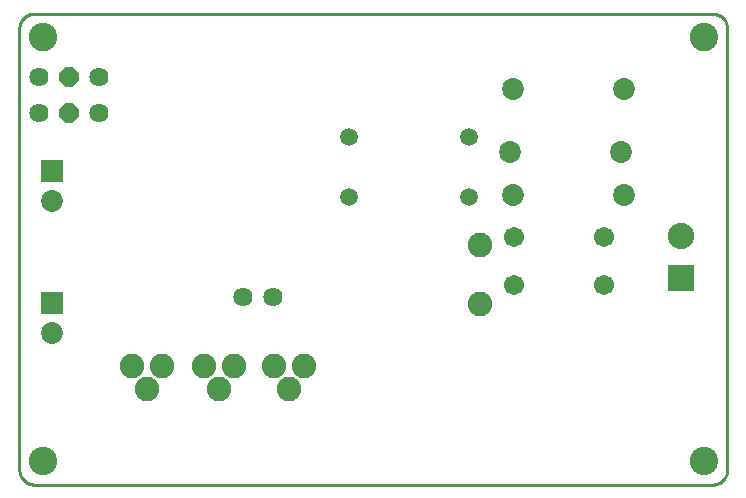
<source format=gbs>
G75*
G70*
%OFA0B0*%
%FSLAX24Y24*%
%IPPOS*%
%LPD*%
%AMOC8*
5,1,8,0,0,1.08239X$1,22.5*
%
%ADD10C,0.0100*%
%ADD11C,0.0000*%
%ADD12C,0.0946*%
%ADD13C,0.0730*%
%ADD14C,0.0820*%
%ADD15C,0.0674*%
%ADD16C,0.0640*%
%ADD17R,0.0730X0.0730*%
%ADD18OC8,0.0640*%
%ADD19C,0.0596*%
%ADD20R,0.0880X0.0880*%
%ADD21C,0.0880*%
D10*
X001387Y001081D02*
X023987Y001081D01*
X024031Y001083D01*
X024074Y001089D01*
X024116Y001098D01*
X024158Y001111D01*
X024198Y001128D01*
X024237Y001148D01*
X024274Y001171D01*
X024308Y001198D01*
X024341Y001227D01*
X024370Y001260D01*
X024397Y001294D01*
X024420Y001331D01*
X024440Y001370D01*
X024457Y001410D01*
X024470Y001452D01*
X024479Y001494D01*
X024485Y001537D01*
X024487Y001581D01*
X024487Y016281D01*
X024485Y016325D01*
X024479Y016368D01*
X024470Y016410D01*
X024457Y016452D01*
X024440Y016492D01*
X024420Y016531D01*
X024397Y016568D01*
X024370Y016602D01*
X024341Y016635D01*
X024308Y016664D01*
X024274Y016691D01*
X024237Y016714D01*
X024198Y016734D01*
X024158Y016751D01*
X024116Y016764D01*
X024074Y016773D01*
X024031Y016779D01*
X023987Y016781D01*
X001387Y016781D01*
X001343Y016779D01*
X001300Y016773D01*
X001258Y016764D01*
X001216Y016751D01*
X001176Y016734D01*
X001137Y016714D01*
X001100Y016691D01*
X001066Y016664D01*
X001033Y016635D01*
X001004Y016602D01*
X000977Y016568D01*
X000954Y016531D01*
X000934Y016492D01*
X000917Y016452D01*
X000904Y016410D01*
X000895Y016368D01*
X000889Y016325D01*
X000887Y016281D01*
X000887Y001581D01*
X000889Y001537D01*
X000895Y001494D01*
X000904Y001452D01*
X000917Y001410D01*
X000934Y001370D01*
X000954Y001331D01*
X000977Y001294D01*
X001004Y001260D01*
X001033Y001227D01*
X001066Y001198D01*
X001100Y001171D01*
X001137Y001148D01*
X001176Y001128D01*
X001216Y001111D01*
X001258Y001098D01*
X001300Y001089D01*
X001343Y001083D01*
X001387Y001081D01*
D11*
X001241Y001868D02*
X001243Y001909D01*
X001249Y001950D01*
X001259Y001990D01*
X001272Y002029D01*
X001289Y002066D01*
X001310Y002102D01*
X001334Y002136D01*
X001361Y002167D01*
X001390Y002195D01*
X001423Y002221D01*
X001457Y002243D01*
X001494Y002262D01*
X001532Y002277D01*
X001572Y002289D01*
X001612Y002297D01*
X001653Y002301D01*
X001695Y002301D01*
X001736Y002297D01*
X001776Y002289D01*
X001816Y002277D01*
X001854Y002262D01*
X001890Y002243D01*
X001925Y002221D01*
X001958Y002195D01*
X001987Y002167D01*
X002014Y002136D01*
X002038Y002102D01*
X002059Y002066D01*
X002076Y002029D01*
X002089Y001990D01*
X002099Y001950D01*
X002105Y001909D01*
X002107Y001868D01*
X002105Y001827D01*
X002099Y001786D01*
X002089Y001746D01*
X002076Y001707D01*
X002059Y001670D01*
X002038Y001634D01*
X002014Y001600D01*
X001987Y001569D01*
X001958Y001541D01*
X001925Y001515D01*
X001891Y001493D01*
X001854Y001474D01*
X001816Y001459D01*
X001776Y001447D01*
X001736Y001439D01*
X001695Y001435D01*
X001653Y001435D01*
X001612Y001439D01*
X001572Y001447D01*
X001532Y001459D01*
X001494Y001474D01*
X001458Y001493D01*
X001423Y001515D01*
X001390Y001541D01*
X001361Y001569D01*
X001334Y001600D01*
X001310Y001634D01*
X001289Y001670D01*
X001272Y001707D01*
X001259Y001746D01*
X001249Y001786D01*
X001243Y001827D01*
X001241Y001868D01*
X023266Y001868D02*
X023268Y001909D01*
X023274Y001950D01*
X023284Y001990D01*
X023297Y002029D01*
X023314Y002066D01*
X023335Y002102D01*
X023359Y002136D01*
X023386Y002167D01*
X023415Y002195D01*
X023448Y002221D01*
X023482Y002243D01*
X023519Y002262D01*
X023557Y002277D01*
X023597Y002289D01*
X023637Y002297D01*
X023678Y002301D01*
X023720Y002301D01*
X023761Y002297D01*
X023801Y002289D01*
X023841Y002277D01*
X023879Y002262D01*
X023915Y002243D01*
X023950Y002221D01*
X023983Y002195D01*
X024012Y002167D01*
X024039Y002136D01*
X024063Y002102D01*
X024084Y002066D01*
X024101Y002029D01*
X024114Y001990D01*
X024124Y001950D01*
X024130Y001909D01*
X024132Y001868D01*
X024130Y001827D01*
X024124Y001786D01*
X024114Y001746D01*
X024101Y001707D01*
X024084Y001670D01*
X024063Y001634D01*
X024039Y001600D01*
X024012Y001569D01*
X023983Y001541D01*
X023950Y001515D01*
X023916Y001493D01*
X023879Y001474D01*
X023841Y001459D01*
X023801Y001447D01*
X023761Y001439D01*
X023720Y001435D01*
X023678Y001435D01*
X023637Y001439D01*
X023597Y001447D01*
X023557Y001459D01*
X023519Y001474D01*
X023483Y001493D01*
X023448Y001515D01*
X023415Y001541D01*
X023386Y001569D01*
X023359Y001600D01*
X023335Y001634D01*
X023314Y001670D01*
X023297Y001707D01*
X023284Y001746D01*
X023274Y001786D01*
X023268Y001827D01*
X023266Y001868D01*
X023266Y015994D02*
X023268Y016035D01*
X023274Y016076D01*
X023284Y016116D01*
X023297Y016155D01*
X023314Y016192D01*
X023335Y016228D01*
X023359Y016262D01*
X023386Y016293D01*
X023415Y016321D01*
X023448Y016347D01*
X023482Y016369D01*
X023519Y016388D01*
X023557Y016403D01*
X023597Y016415D01*
X023637Y016423D01*
X023678Y016427D01*
X023720Y016427D01*
X023761Y016423D01*
X023801Y016415D01*
X023841Y016403D01*
X023879Y016388D01*
X023915Y016369D01*
X023950Y016347D01*
X023983Y016321D01*
X024012Y016293D01*
X024039Y016262D01*
X024063Y016228D01*
X024084Y016192D01*
X024101Y016155D01*
X024114Y016116D01*
X024124Y016076D01*
X024130Y016035D01*
X024132Y015994D01*
X024130Y015953D01*
X024124Y015912D01*
X024114Y015872D01*
X024101Y015833D01*
X024084Y015796D01*
X024063Y015760D01*
X024039Y015726D01*
X024012Y015695D01*
X023983Y015667D01*
X023950Y015641D01*
X023916Y015619D01*
X023879Y015600D01*
X023841Y015585D01*
X023801Y015573D01*
X023761Y015565D01*
X023720Y015561D01*
X023678Y015561D01*
X023637Y015565D01*
X023597Y015573D01*
X023557Y015585D01*
X023519Y015600D01*
X023483Y015619D01*
X023448Y015641D01*
X023415Y015667D01*
X023386Y015695D01*
X023359Y015726D01*
X023335Y015760D01*
X023314Y015796D01*
X023297Y015833D01*
X023284Y015872D01*
X023274Y015912D01*
X023268Y015953D01*
X023266Y015994D01*
X001241Y015994D02*
X001243Y016035D01*
X001249Y016076D01*
X001259Y016116D01*
X001272Y016155D01*
X001289Y016192D01*
X001310Y016228D01*
X001334Y016262D01*
X001361Y016293D01*
X001390Y016321D01*
X001423Y016347D01*
X001457Y016369D01*
X001494Y016388D01*
X001532Y016403D01*
X001572Y016415D01*
X001612Y016423D01*
X001653Y016427D01*
X001695Y016427D01*
X001736Y016423D01*
X001776Y016415D01*
X001816Y016403D01*
X001854Y016388D01*
X001890Y016369D01*
X001925Y016347D01*
X001958Y016321D01*
X001987Y016293D01*
X002014Y016262D01*
X002038Y016228D01*
X002059Y016192D01*
X002076Y016155D01*
X002089Y016116D01*
X002099Y016076D01*
X002105Y016035D01*
X002107Y015994D01*
X002105Y015953D01*
X002099Y015912D01*
X002089Y015872D01*
X002076Y015833D01*
X002059Y015796D01*
X002038Y015760D01*
X002014Y015726D01*
X001987Y015695D01*
X001958Y015667D01*
X001925Y015641D01*
X001891Y015619D01*
X001854Y015600D01*
X001816Y015585D01*
X001776Y015573D01*
X001736Y015565D01*
X001695Y015561D01*
X001653Y015561D01*
X001612Y015565D01*
X001572Y015573D01*
X001532Y015585D01*
X001494Y015600D01*
X001458Y015619D01*
X001423Y015641D01*
X001390Y015667D01*
X001361Y015695D01*
X001334Y015726D01*
X001310Y015760D01*
X001289Y015796D01*
X001272Y015833D01*
X001259Y015872D01*
X001249Y015912D01*
X001243Y015953D01*
X001241Y015994D01*
D12*
X001674Y015994D03*
X023699Y015994D03*
X023699Y001868D03*
X001674Y001868D03*
D13*
X001987Y006131D03*
X001987Y010531D03*
X017237Y012181D03*
X017337Y010731D03*
X021037Y010731D03*
X020937Y012181D03*
X021037Y014281D03*
X017337Y014281D03*
D14*
X016237Y009065D03*
X016237Y007097D03*
X010387Y005031D03*
X009387Y005031D03*
X008037Y005031D03*
X007037Y005031D03*
X005637Y005031D03*
X004637Y005031D03*
X005137Y004281D03*
X007537Y004281D03*
X009887Y004281D03*
D15*
X017387Y007731D03*
X020387Y007731D03*
X020387Y009331D03*
X017387Y009331D03*
D16*
X009337Y007331D03*
X008337Y007331D03*
X003537Y013481D03*
X001537Y013481D03*
X001537Y014681D03*
X003537Y014681D03*
D17*
X001987Y011531D03*
X001987Y007131D03*
D18*
X002537Y013481D03*
X002537Y014681D03*
D19*
X011887Y012681D03*
X015887Y012681D03*
X015887Y010681D03*
X011887Y010681D03*
D20*
X022937Y007981D03*
D21*
X022937Y009381D03*
M02*

</source>
